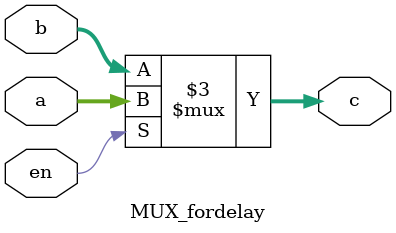
<source format=sv>
module MUX_fordelay(
    input [31:0] a, 
    input [31:0] b,
    input en, 
    output logic [31:0] c
);
// assign c=(en)?a:b;

    // always@(*)begin
    //     if(en) c=a;
    //     else c=b;
    // end
    
always@(*)begin
    case(en)
    1'b1:c=a;
    default:c=b;
    endcase
end    
endmodule

</source>
